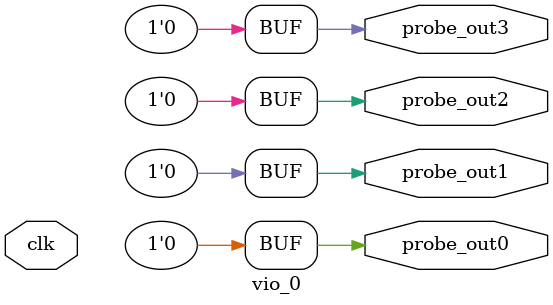
<source format=v>
`timescale 1ns / 1ps
module vio_0 (
clk,

probe_out0,
probe_out1,
probe_out2,
probe_out3
);

input clk;

output reg [0 : 0] probe_out0 = 'h0 ;
output reg [0 : 0] probe_out1 = 'h0 ;
output reg [0 : 0] probe_out2 = 'h0 ;
output reg [0 : 0] probe_out3 = 'h0 ;


endmodule

</source>
